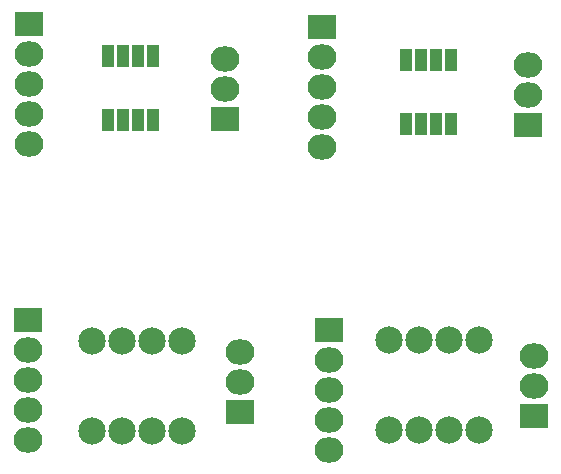
<source format=gts>
G04 #@! TF.FileFunction,Soldermask,Top*
%FSLAX46Y46*%
G04 Gerber Fmt 4.6, Leading zero omitted, Abs format (unit mm)*
G04 Created by KiCad (PCBNEW 4.0.4-stable) date 11/08/16 09:08:38*
%MOMM*%
%LPD*%
G01*
G04 APERTURE LIST*
%ADD10C,0.100000*%
%ADD11R,2.432000X2.127200*%
%ADD12O,2.432000X2.127200*%
%ADD13R,1.000000X1.950000*%
%ADD14C,2.305000*%
G04 APERTURE END LIST*
D10*
D11*
X122770900Y-70408800D03*
D12*
X122770900Y-72948800D03*
X122770900Y-75488800D03*
X122770900Y-78028800D03*
X122770900Y-80568800D03*
D11*
X139420600Y-78511400D03*
D12*
X139420600Y-75971400D03*
X139420600Y-73431400D03*
D11*
X147574000Y-70675500D03*
D12*
X147574000Y-73215500D03*
X147574000Y-75755500D03*
X147574000Y-78295500D03*
X147574000Y-80835500D03*
D11*
X165074600Y-78955900D03*
D12*
X165074600Y-76415900D03*
X165074600Y-73875900D03*
D11*
X122682000Y-95504000D03*
D12*
X122682000Y-98044000D03*
X122682000Y-100584000D03*
X122682000Y-103124000D03*
X122682000Y-105664000D03*
D11*
X140627100Y-103276400D03*
D12*
X140627100Y-100736400D03*
X140627100Y-98196400D03*
D11*
X148221700Y-96354900D03*
D12*
X148221700Y-98894900D03*
X148221700Y-101434900D03*
X148221700Y-103974900D03*
X148221700Y-106514900D03*
D11*
X165506400Y-103644700D03*
D12*
X165506400Y-101104700D03*
X165506400Y-98564700D03*
D13*
X129501900Y-78557100D03*
X130771900Y-78557100D03*
X132041900Y-78557100D03*
X133311900Y-78557100D03*
X133311900Y-73157100D03*
X132041900Y-73157100D03*
X130771900Y-73157100D03*
X129501900Y-73157100D03*
X154673300Y-78861900D03*
X155943300Y-78861900D03*
X157213300Y-78861900D03*
X158483300Y-78861900D03*
X158483300Y-73461900D03*
X157213300Y-73461900D03*
X155943300Y-73461900D03*
X154673300Y-73461900D03*
D14*
X128143000Y-104902000D03*
X130683000Y-104902000D03*
X133223000Y-104902000D03*
X135763000Y-104902000D03*
X135763000Y-97282000D03*
X133223000Y-97282000D03*
X130683000Y-97282000D03*
X128143000Y-97282000D03*
X153289000Y-104775000D03*
X155829000Y-104775000D03*
X158369000Y-104775000D03*
X160909000Y-104775000D03*
X160909000Y-97155000D03*
X158369000Y-97155000D03*
X155829000Y-97155000D03*
X153289000Y-97155000D03*
M02*

</source>
